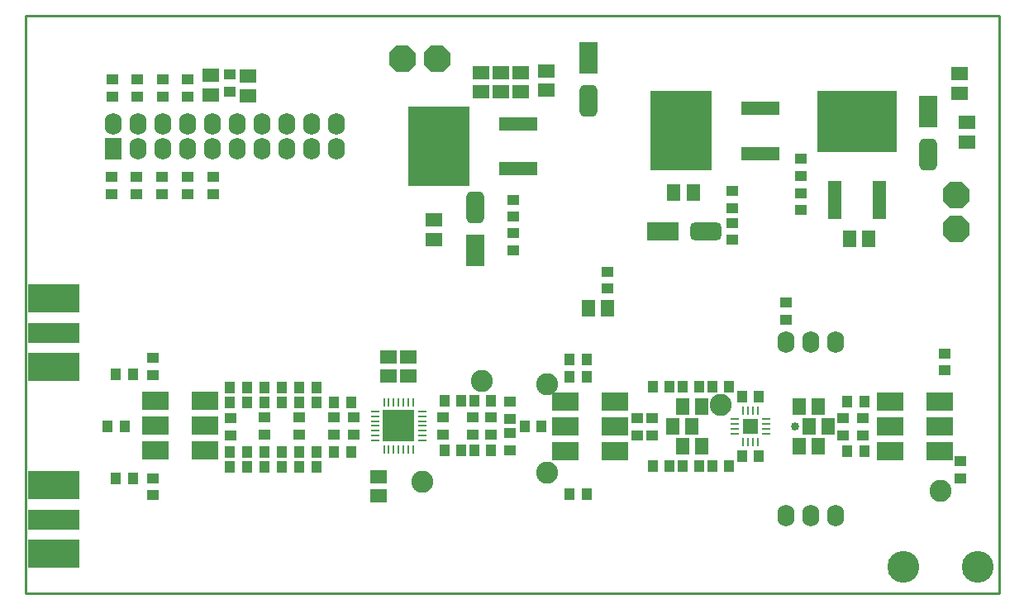
<source format=gts>
%FSLAX25Y25*%
%MOIN*%
G70*
G01*
G75*
G04 Layer_Color=8388736*
%ADD10R,0.10000X0.06496*%
%ADD11R,0.06299X0.11811*%
G04:AMPARAMS|DCode=12|XSize=118.11mil|YSize=62.99mil|CornerRadius=15.75mil|HoleSize=0mil|Usage=FLASHONLY|Rotation=270.000|XOffset=0mil|YOffset=0mil|HoleType=Round|Shape=RoundedRectangle|*
%AMROUNDEDRECTD12*
21,1,0.11811,0.03150,0,0,270.0*
21,1,0.08661,0.06299,0,0,270.0*
1,1,0.03150,-0.01575,-0.04331*
1,1,0.03150,-0.01575,0.04331*
1,1,0.03150,0.01575,0.04331*
1,1,0.03150,0.01575,-0.04331*
%
%ADD12ROUNDEDRECTD12*%
%ADD13R,0.11811X0.06299*%
G04:AMPARAMS|DCode=14|XSize=118.11mil|YSize=62.99mil|CornerRadius=15.75mil|HoleSize=0mil|Usage=FLASHONLY|Rotation=0.000|XOffset=0mil|YOffset=0mil|HoleType=Round|Shape=RoundedRectangle|*
%AMROUNDEDRECTD14*
21,1,0.11811,0.03150,0,0,0.0*
21,1,0.08661,0.06299,0,0,0.0*
1,1,0.03150,0.04331,-0.01575*
1,1,0.03150,-0.04331,-0.01575*
1,1,0.03150,-0.04331,0.01575*
1,1,0.03150,0.04331,0.01575*
%
%ADD14ROUNDEDRECTD14*%
%ADD15R,0.05709X0.04331*%
%ADD16R,0.04331X0.05709*%
%ADD17R,0.23622X0.31496*%
%ADD18R,0.14173X0.04331*%
%ADD19R,0.31496X0.23622*%
%ADD20R,0.04331X0.14173*%
%ADD21R,0.02953X0.03740*%
%ADD22R,0.03740X0.02953*%
%ADD23R,0.12598X0.12598*%
%ADD24O,0.00984X0.03740*%
%ADD25O,0.03740X0.00984*%
%ADD26R,0.05906X0.05906*%
%ADD27O,0.03543X0.00984*%
%ADD28O,0.00984X0.03543*%
%ADD29R,0.20000X0.10500*%
%ADD30R,0.20000X0.07000*%
%ADD31C,0.00787*%
%ADD32C,0.03937*%
%ADD33C,0.05906*%
%ADD34C,0.01000*%
%ADD35O,0.05906X0.07874*%
%ADD36R,0.05906X0.07874*%
%ADD37O,0.05906X0.07874*%
%ADD38C,0.07874*%
%ADD39P,0.10653X8X292.5*%
%ADD40P,0.10653X8X202.5*%
%ADD41C,0.02362*%
%ADD42C,0.11811*%
%ADD43C,0.02500*%
%ADD44C,0.02598*%
%ADD45C,0.02000*%
%ADD46C,0.02300*%
%ADD47C,0.02362*%
%ADD48C,0.00984*%
%ADD49C,0.00500*%
%ADD50R,0.11000X0.07496*%
%ADD51R,0.07299X0.12811*%
G04:AMPARAMS|DCode=52|XSize=128.11mil|YSize=72.99mil|CornerRadius=20.75mil|HoleSize=0mil|Usage=FLASHONLY|Rotation=270.000|XOffset=0mil|YOffset=0mil|HoleType=Round|Shape=RoundedRectangle|*
%AMROUNDEDRECTD52*
21,1,0.12811,0.03150,0,0,270.0*
21,1,0.08661,0.07299,0,0,270.0*
1,1,0.04150,-0.01575,-0.04331*
1,1,0.04150,-0.01575,0.04331*
1,1,0.04150,0.01575,0.04331*
1,1,0.04150,0.01575,-0.04331*
%
%ADD52ROUNDEDRECTD52*%
%ADD53R,0.12811X0.07299*%
G04:AMPARAMS|DCode=54|XSize=128.11mil|YSize=72.99mil|CornerRadius=20.75mil|HoleSize=0mil|Usage=FLASHONLY|Rotation=0.000|XOffset=0mil|YOffset=0mil|HoleType=Round|Shape=RoundedRectangle|*
%AMROUNDEDRECTD54*
21,1,0.12811,0.03150,0,0,0.0*
21,1,0.08661,0.07299,0,0,0.0*
1,1,0.04150,0.04331,-0.01575*
1,1,0.04150,-0.04331,-0.01575*
1,1,0.04150,-0.04331,0.01575*
1,1,0.04150,0.04331,0.01575*
%
%ADD54ROUNDEDRECTD54*%
%ADD55R,0.06709X0.05331*%
%ADD56R,0.05331X0.06709*%
%ADD57R,0.24622X0.32496*%
%ADD58R,0.15173X0.05331*%
%ADD59R,0.32496X0.24622*%
%ADD60R,0.05331X0.15173*%
%ADD61R,0.03953X0.04740*%
%ADD62R,0.04740X0.03953*%
%ADD63R,0.21000X0.11500*%
%ADD64R,0.21000X0.08000*%
%ADD65O,0.06906X0.08874*%
%ADD66R,0.06906X0.08874*%
%ADD67O,0.06906X0.08874*%
%ADD68C,0.08874*%
%ADD69P,0.11736X8X292.5*%
%ADD70P,0.11736X8X202.5*%
%ADD71C,0.03362*%
%ADD72C,0.12811*%
D23*
X962100Y440000D02*
D03*
D24*
X968005Y430453D02*
D03*
X966037D02*
D03*
X964069D02*
D03*
X962100D02*
D03*
X960131D02*
D03*
X958163D02*
D03*
X956194D02*
D03*
Y449547D02*
D03*
X958163D02*
D03*
X960131D02*
D03*
X962100D02*
D03*
X964069D02*
D03*
X966037D02*
D03*
X968005D02*
D03*
D25*
X952553Y434094D02*
D03*
Y436063D02*
D03*
Y438031D02*
D03*
Y440000D02*
D03*
Y441968D02*
D03*
Y443937D02*
D03*
Y445905D02*
D03*
X971647D02*
D03*
Y443937D02*
D03*
Y441968D02*
D03*
Y440000D02*
D03*
Y438031D02*
D03*
Y436063D02*
D03*
Y434094D02*
D03*
D26*
X1104000Y439700D02*
D03*
D27*
X1110299Y442653D02*
D03*
Y440684D02*
D03*
Y438716D02*
D03*
Y436747D02*
D03*
X1097701D02*
D03*
Y438716D02*
D03*
Y440684D02*
D03*
Y442653D02*
D03*
D28*
X1106953Y433401D02*
D03*
X1104984D02*
D03*
X1103016D02*
D03*
X1101047D02*
D03*
Y445999D02*
D03*
X1103016D02*
D03*
X1104984D02*
D03*
X1106953D02*
D03*
D34*
X811700Y372500D02*
X1204200D01*
Y605600D01*
X811700D02*
X1204200D01*
X811700Y372500D02*
Y605600D01*
D50*
X1180500Y429700D02*
D03*
Y439700D02*
D03*
Y449700D02*
D03*
X1160500Y429700D02*
D03*
Y439700D02*
D03*
Y449700D02*
D03*
X1029500D02*
D03*
Y439700D02*
D03*
Y429700D02*
D03*
X1049500Y449700D02*
D03*
Y439700D02*
D03*
Y429700D02*
D03*
X884000Y430000D02*
D03*
Y440000D02*
D03*
Y450000D02*
D03*
X864000Y430000D02*
D03*
Y440000D02*
D03*
Y450000D02*
D03*
D51*
X1038600Y588561D02*
D03*
X992900Y510939D02*
D03*
X1175600Y566961D02*
D03*
D52*
X1038600Y571239D02*
D03*
X992900Y528261D02*
D03*
X1175600Y549639D02*
D03*
D53*
X1068839Y518400D02*
D03*
D54*
X1086161D02*
D03*
D55*
X1021600Y583237D02*
D03*
Y575363D02*
D03*
X886400Y581320D02*
D03*
Y573446D02*
D03*
X1188500Y582037D02*
D03*
Y574163D02*
D03*
X901300Y581133D02*
D03*
Y573259D02*
D03*
X1191500Y562437D02*
D03*
Y554563D02*
D03*
X1011300Y574663D02*
D03*
Y582537D02*
D03*
X1003300Y574663D02*
D03*
Y582537D02*
D03*
X995300Y574663D02*
D03*
Y582537D02*
D03*
X976200Y523037D02*
D03*
Y515163D02*
D03*
X966000Y460063D02*
D03*
Y467937D02*
D03*
X953900Y419637D02*
D03*
Y411763D02*
D03*
X958000Y460063D02*
D03*
Y467937D02*
D03*
D56*
X1151737Y515400D02*
D03*
X1143863D02*
D03*
X1046437Y487600D02*
D03*
X1038563D02*
D03*
X1123563Y447700D02*
D03*
X1131437D02*
D03*
X1123563Y431700D02*
D03*
X1131437D02*
D03*
X1127563Y439700D02*
D03*
X1135437D02*
D03*
X1080937Y534200D02*
D03*
X1073063D02*
D03*
X1084437Y447700D02*
D03*
X1076563D02*
D03*
X1080437Y439700D02*
D03*
X1072563D02*
D03*
X1084437Y431700D02*
D03*
X1076563D02*
D03*
D57*
X978426Y552800D02*
D03*
X1076126Y559000D02*
D03*
D58*
X1010316Y561855D02*
D03*
Y543745D02*
D03*
X1108016Y568055D02*
D03*
Y549945D02*
D03*
D59*
X1147000Y562974D02*
D03*
D60*
X1156055Y531084D02*
D03*
X1137945D02*
D03*
D61*
X1107445Y451700D02*
D03*
X1100555D02*
D03*
X1095445Y455700D02*
D03*
X1088555D02*
D03*
X1149945Y449700D02*
D03*
X1143055D02*
D03*
X1149945Y429700D02*
D03*
X1143055D02*
D03*
X1095445Y423700D02*
D03*
X1088555D02*
D03*
X1107445Y427700D02*
D03*
X1100555D02*
D03*
X999445Y430000D02*
D03*
X992555D02*
D03*
X942945Y429500D02*
D03*
X936055D02*
D03*
X854945Y460900D02*
D03*
X848055D02*
D03*
X999445Y450000D02*
D03*
X992555D02*
D03*
X942945Y449500D02*
D03*
X936055D02*
D03*
X848055Y418650D02*
D03*
X854945D02*
D03*
X1012955Y439900D02*
D03*
X1019845D02*
D03*
X1037945Y412500D02*
D03*
X1031055D02*
D03*
X1037945Y466733D02*
D03*
X1031055D02*
D03*
X1083445Y455700D02*
D03*
X1076555D02*
D03*
X1083445Y423700D02*
D03*
X1076555D02*
D03*
X987445Y430000D02*
D03*
X980555D02*
D03*
X928945Y429500D02*
D03*
X922055D02*
D03*
X914945D02*
D03*
X908055D02*
D03*
X900945D02*
D03*
X894055D02*
D03*
X987445Y450000D02*
D03*
X980555D02*
D03*
X928945Y449500D02*
D03*
X922055D02*
D03*
X914945D02*
D03*
X908055D02*
D03*
X900945D02*
D03*
X894055D02*
D03*
X1071445Y455700D02*
D03*
X1064555D02*
D03*
X1071445Y423700D02*
D03*
X1064555D02*
D03*
X1037945Y459700D02*
D03*
X1031055D02*
D03*
X928945Y423500D02*
D03*
X922055D02*
D03*
X914945D02*
D03*
X908055D02*
D03*
X900945D02*
D03*
X894055D02*
D03*
X928945Y455500D02*
D03*
X922055D02*
D03*
X914945D02*
D03*
X908055D02*
D03*
X900945D02*
D03*
X894055D02*
D03*
X851745Y439800D02*
D03*
X844855D02*
D03*
D62*
X1188600Y418855D02*
D03*
Y425745D02*
D03*
X999200Y443345D02*
D03*
Y436455D02*
D03*
X1182200Y462355D02*
D03*
Y469245D02*
D03*
X1008200Y531245D02*
D03*
Y524355D02*
D03*
Y517845D02*
D03*
Y510955D02*
D03*
X1118300Y482855D02*
D03*
Y489745D02*
D03*
X894100Y574955D02*
D03*
Y581845D02*
D03*
X862900Y418945D02*
D03*
Y412055D02*
D03*
Y460605D02*
D03*
Y467494D02*
D03*
X1007000Y442955D02*
D03*
Y449845D02*
D03*
Y430155D02*
D03*
Y437045D02*
D03*
X1046500Y495355D02*
D03*
Y502245D02*
D03*
X1096800Y534745D02*
D03*
Y527855D02*
D03*
X1096700Y521945D02*
D03*
Y515055D02*
D03*
X846300Y533555D02*
D03*
Y540445D02*
D03*
X846700Y572855D02*
D03*
Y579745D02*
D03*
X856525Y533555D02*
D03*
Y540445D02*
D03*
X856800Y572855D02*
D03*
Y579745D02*
D03*
X866750Y533555D02*
D03*
Y540445D02*
D03*
X866900Y572855D02*
D03*
Y579745D02*
D03*
X1124500Y547645D02*
D03*
Y540755D02*
D03*
X876975Y533555D02*
D03*
Y540445D02*
D03*
X877000Y572855D02*
D03*
Y579745D02*
D03*
X887200Y533555D02*
D03*
Y540445D02*
D03*
X1124500Y533945D02*
D03*
Y527055D02*
D03*
X1058500Y443145D02*
D03*
Y436255D02*
D03*
X1149500Y443145D02*
D03*
Y436255D02*
D03*
X1141500Y443145D02*
D03*
Y436255D02*
D03*
X1064500D02*
D03*
Y443145D02*
D03*
X992000Y443445D02*
D03*
Y436555D02*
D03*
X980000Y443445D02*
D03*
Y436555D02*
D03*
X936000Y443445D02*
D03*
Y436555D02*
D03*
X922000Y443445D02*
D03*
Y436555D02*
D03*
X908000Y443445D02*
D03*
Y436555D02*
D03*
X894350Y443145D02*
D03*
Y436255D02*
D03*
X944000Y436555D02*
D03*
Y443445D02*
D03*
D63*
X823000Y416050D02*
D03*
Y388550D02*
D03*
X823016Y463850D02*
D03*
Y491350D02*
D03*
D64*
X823000Y402300D02*
D03*
X823016Y477600D02*
D03*
D65*
X937000Y561900D02*
D03*
X927000D02*
D03*
X917000D02*
D03*
X907000D02*
D03*
X897000D02*
D03*
X887000D02*
D03*
X877000D02*
D03*
X867000D02*
D03*
X857000D02*
D03*
X847000D02*
D03*
X937000Y551900D02*
D03*
X927000D02*
D03*
X917000D02*
D03*
X907000D02*
D03*
X897000D02*
D03*
X887000D02*
D03*
X877000D02*
D03*
X867000D02*
D03*
X857000D02*
D03*
D66*
X847000D02*
D03*
D67*
X1118500Y403700D02*
D03*
X1128500D02*
D03*
X1138500D02*
D03*
X1118500Y473700D02*
D03*
X1128500D02*
D03*
X1138500D02*
D03*
D68*
X1022100Y456700D02*
D03*
Y421300D02*
D03*
X1092000Y448600D02*
D03*
X971800Y417600D02*
D03*
X995800Y458300D02*
D03*
X1180700Y413809D02*
D03*
D69*
X963810Y588200D02*
D03*
X977590D02*
D03*
D70*
X1186900Y533290D02*
D03*
Y519510D02*
D03*
D71*
X1122000Y439700D02*
D03*
D72*
X1165739Y383100D02*
D03*
X1195661D02*
D03*
M02*

</source>
